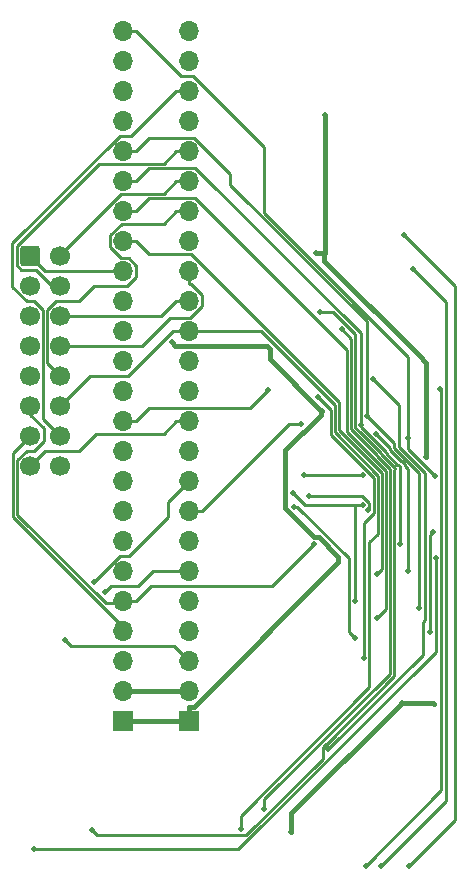
<source format=gbr>
%TF.GenerationSoftware,KiCad,Pcbnew,(7.0.0-0)*%
%TF.CreationDate,2023-03-31T09:05:14+02:00*%
%TF.ProjectId,Nes Sound Expansion,4e657320-536f-4756-9e64-20457870616e,rev?*%
%TF.SameCoordinates,Original*%
%TF.FileFunction,Copper,L2,Bot*%
%TF.FilePolarity,Positive*%
%FSLAX46Y46*%
G04 Gerber Fmt 4.6, Leading zero omitted, Abs format (unit mm)*
G04 Created by KiCad (PCBNEW (7.0.0-0)) date 2023-03-31 09:05:14*
%MOMM*%
%LPD*%
G01*
G04 APERTURE LIST*
G04 Aperture macros list*
%AMRoundRect*
0 Rectangle with rounded corners*
0 $1 Rounding radius*
0 $2 $3 $4 $5 $6 $7 $8 $9 X,Y pos of 4 corners*
0 Add a 4 corners polygon primitive as box body*
4,1,4,$2,$3,$4,$5,$6,$7,$8,$9,$2,$3,0*
0 Add four circle primitives for the rounded corners*
1,1,$1+$1,$2,$3*
1,1,$1+$1,$4,$5*
1,1,$1+$1,$6,$7*
1,1,$1+$1,$8,$9*
0 Add four rect primitives between the rounded corners*
20,1,$1+$1,$2,$3,$4,$5,0*
20,1,$1+$1,$4,$5,$6,$7,0*
20,1,$1+$1,$6,$7,$8,$9,0*
20,1,$1+$1,$8,$9,$2,$3,0*%
G04 Aperture macros list end*
%TA.AperFunction,ComponentPad*%
%ADD10RoundRect,0.250000X-0.600000X-0.600000X0.600000X-0.600000X0.600000X0.600000X-0.600000X0.600000X0*%
%TD*%
%TA.AperFunction,ComponentPad*%
%ADD11C,1.700000*%
%TD*%
%TA.AperFunction,ComponentPad*%
%ADD12R,1.700000X1.700000*%
%TD*%
%TA.AperFunction,ComponentPad*%
%ADD13O,1.700000X1.700000*%
%TD*%
%TA.AperFunction,ViaPad*%
%ADD14C,0.500000*%
%TD*%
%TA.AperFunction,Conductor*%
%ADD15C,0.220000*%
%TD*%
%TA.AperFunction,Conductor*%
%ADD16C,0.450000*%
%TD*%
G04 APERTURE END LIST*
D10*
%TO.P,J1,1,Pin_1*%
%TO.N,Joy1_D2*%
X99822000Y-69850000D03*
D11*
%TO.P,J1,2,Pin_2*%
%TO.N,Joy2_D0*%
X102362000Y-69850000D03*
%TO.P,J1,3,Pin_3*%
%TO.N,+5V*%
X99822000Y-72390000D03*
%TO.P,J1,4,Pin_4*%
%TO.N,Joy2_D1*%
X102362000Y-72390000D03*
%TO.P,J1,5,Pin_5*%
%TO.N,Joy1_OE*%
X99822000Y-74930000D03*
%TO.P,J1,6,Pin_6*%
%TO.N,Joy2_D2*%
X102362000Y-74930000D03*
%TO.P,J1,7,Pin_7*%
%TO.N,Joy1_D1*%
X99822000Y-77470000D03*
%TO.P,J1,8,Pin_8*%
%TO.N,Joy2_D3*%
X102362000Y-77470000D03*
%TO.P,J1,9,Pin_9*%
%TO.N,OUT0*%
X99822000Y-80010000D03*
%TO.P,J1,10,Pin_10*%
%TO.N,Joy2_D4*%
X102362000Y-80010000D03*
%TO.P,J1,11,Pin_11*%
%TO.N,OUT1*%
X99822000Y-82550000D03*
%TO.P,J1,12,Pin_12*%
%TO.N,IRQ*%
X102362000Y-82550000D03*
%TO.P,J1,13,Pin_13*%
%TO.N,OUT2*%
X99822000Y-85090000D03*
%TO.P,J1,14,Pin_14*%
%TO.N,Aud*%
X102362000Y-85090000D03*
%TO.P,J1,15,Pin_15*%
%TO.N,Joy2_OE*%
X99822000Y-87630000D03*
%TO.P,J1,16,Pin_16*%
%TO.N,GND*%
X102362000Y-87630000D03*
%TD*%
D12*
%TO.P,J3,1,Pin_1*%
%TO.N,+5V*%
X113283999Y-109219999D03*
D13*
%TO.P,J3,2,Pin_2*%
%TO.N,GND*%
X113283999Y-106679999D03*
%TO.P,J3,3,Pin_3*%
%TO.N,AudIn*%
X113283999Y-104139999D03*
%TO.P,J3,4,Pin_4*%
%TO.N,NMI*%
X113283999Y-101599999D03*
%TO.P,J3,5,Pin_5*%
%TO.N,unconnected-(J3-Pin_5-Pad5)*%
X113283999Y-99059999D03*
%TO.P,J3,6,Pin_6*%
%TO.N,Net-(J3-Pin_6)*%
X113283999Y-96519999D03*
%TO.P,J3,7,Pin_7*%
%TO.N,A14*%
X113283999Y-93979999D03*
%TO.P,J3,8,Pin_8*%
%TO.N,A13*%
X113283999Y-91439999D03*
%TO.P,J3,9,Pin_9*%
%TO.N,Net-(J3-Pin_9)*%
X113283999Y-88899999D03*
%TO.P,J3,10,Pin_10*%
%TO.N,unconnected-(J3-Pin_10-Pad10)*%
X113283999Y-86359999D03*
%TO.P,J3,11,Pin_11*%
%TO.N,Joy2_OE*%
X113283999Y-83819999D03*
%TO.P,J3,12,Pin_12*%
%TO.N,Joy1_D1*%
X113283999Y-81279999D03*
%TO.P,J3,13,Pin_13*%
%TO.N,Joy1_D3*%
X113283999Y-78739999D03*
%TO.P,J3,14,Pin_14*%
%TO.N,IRQ*%
X113283999Y-76199999D03*
%TO.P,J3,15,Pin_15*%
%TO.N,Joy2_D2*%
X113283999Y-73659999D03*
%TO.P,J3,16,Pin_16*%
%TO.N,Joy2_D3*%
X113283999Y-71119999D03*
%TO.P,J3,17,Pin_17*%
%TO.N,unconnected-(J3-Pin_17-Pad17)*%
X113283999Y-68579999D03*
%TO.P,J3,18,Pin_18*%
%TO.N,Joy2_D4*%
X113283999Y-66039999D03*
%TO.P,J3,19,Pin_19*%
%TO.N,Joy2_D0*%
X113283999Y-63499999D03*
%TO.P,J3,20,Pin_20*%
%TO.N,Joy2_D1*%
X113283999Y-60959999D03*
%TO.P,J3,21,Pin_21*%
%TO.N,unconnected-(J3-Pin_21-Pad21)*%
X113283999Y-58419999D03*
%TO.P,J3,22,Pin_22*%
%TO.N,Aud*%
X113283999Y-55879999D03*
%TO.P,J3,23,Pin_23*%
%TO.N,unconnected-(J3-Pin_23-Pad23)*%
X113283999Y-53339999D03*
%TO.P,J3,24,Pin_24*%
%TO.N,unconnected-(J3-Pin_24-Pad24)*%
X113283999Y-50799999D03*
%TD*%
D12*
%TO.P,J4,1,Pin_1*%
%TO.N,+5V*%
X107695999Y-109219999D03*
D13*
%TO.P,J4,2,Pin_2*%
%TO.N,GND*%
X107695999Y-106679999D03*
%TO.P,J4,3,Pin_3*%
%TO.N,unconnected-(J4-Pin_3-Pad3)*%
X107695999Y-104139999D03*
%TO.P,J4,4,Pin_4*%
%TO.N,OUT2*%
X107695999Y-101599999D03*
%TO.P,J4,5,Pin_5*%
%TO.N,OUT1*%
X107695999Y-99059999D03*
%TO.P,J4,6,Pin_6*%
%TO.N,OUT0*%
X107695999Y-96519999D03*
%TO.P,J4,7,Pin_7*%
%TO.N,unconnected-(J4-Pin_7-Pad7)*%
X107695999Y-93979999D03*
%TO.P,J4,8,Pin_8*%
%TO.N,R-W*%
X107695999Y-91439999D03*
%TO.P,J4,9,Pin_9*%
%TO.N,Net-(J4-Pin_9)*%
X107695999Y-88899999D03*
%TO.P,J4,10,Pin_10*%
%TO.N,ROMSEL*%
X107695999Y-86359999D03*
%TO.P,J4,11,Pin_11*%
%TO.N,A1*%
X107695999Y-83819999D03*
%TO.P,J4,12,Pin_12*%
%TO.N,Joy1_OE*%
X107695999Y-81279999D03*
%TO.P,J4,13,Pin_13*%
%TO.N,Joy1_D4*%
X107695999Y-78739999D03*
%TO.P,J4,14,Pin_14*%
%TO.N,Joy1_D0*%
X107695999Y-76199999D03*
%TO.P,J4,15,Pin_15*%
%TO.N,unconnected-(J4-Pin_15-Pad15)*%
X107695999Y-73659999D03*
%TO.P,J4,16,Pin_16*%
%TO.N,Joy1_D2*%
X107695999Y-71119999D03*
%TO.P,J4,17,Pin_17*%
%TO.N,D0*%
X107695999Y-68579999D03*
%TO.P,J4,18,Pin_18*%
%TO.N,D1*%
X107695999Y-66039999D03*
%TO.P,J4,19,Pin_19*%
%TO.N,D2*%
X107695999Y-63499999D03*
%TO.P,J4,20,Pin_20*%
%TO.N,D3*%
X107695999Y-60959999D03*
%TO.P,J4,21,Pin_21*%
%TO.N,D4*%
X107695999Y-58419999D03*
%TO.P,J4,22,Pin_22*%
%TO.N,D5*%
X107695999Y-55879999D03*
%TO.P,J4,23,Pin_23*%
%TO.N,D6*%
X107695999Y-53339999D03*
%TO.P,J4,24,Pin_24*%
%TO.N,D7*%
X107695999Y-50799999D03*
%TD*%
D14*
%TO.N,Net-(J3-Pin_6)*%
X106172000Y-98298000D03*
%TO.N,Net-(J3-Pin_9)*%
X105192300Y-97472900D03*
%TO.N,IRQ*%
X117657800Y-118375300D03*
%TO.N,4016_EN*%
X128421500Y-91391200D03*
X123449000Y-90139400D03*
%TO.N,AudIn*%
X102779800Y-102362000D03*
%TO.N,A1_Chip*%
X128048400Y-103912900D03*
X124223700Y-81817900D03*
%TO.N,A0_Chip*%
X125059100Y-111610900D03*
X128803700Y-80278700D03*
%TO.N,CS_Chip*%
X119642000Y-116638900D03*
X126181900Y-76026300D03*
%TO.N,CS_*%
X124381900Y-74552300D03*
X105084300Y-118474000D03*
%TO.N,A1*%
X119915500Y-81228500D03*
%TO.N,A13*%
X122773100Y-84080600D03*
%TO.N,Net-(BU9480F1-LRCK)*%
X131502900Y-68104600D03*
X131913400Y-121478500D03*
%TO.N,Net-(BU9480F1-SDAT)*%
X132205300Y-70985600D03*
X129540000Y-121459000D03*
%TO.N,Net-(BU9480F1-BCLK)*%
X134481200Y-81066900D03*
X128270000Y-121449300D03*
%TO.N,OUT1_*%
X134139300Y-95438700D03*
X100173500Y-120078400D03*
%TO.N,D6_buf*%
X127297800Y-102187200D03*
X122187200Y-91062900D03*
%TO.N,D0_buf*%
X131777200Y-96504200D03*
X129115000Y-84937500D03*
%TO.N,D3_buf*%
X133650800Y-101714500D03*
X133947500Y-93179000D03*
%TO.N,OUT1*%
X123821800Y-94244900D03*
%TO.N,D0*%
X129169200Y-96726800D03*
%TO.N,D1*%
X129181700Y-100509400D03*
%TO.N,D2*%
X127831000Y-84168000D03*
X131102100Y-94202000D03*
%TO.N,D3*%
X128314700Y-83422900D03*
X132765200Y-99669800D03*
%TO.N,D5*%
X122963800Y-88394800D03*
X128009100Y-88419300D03*
%TO.N,D6*%
X122063200Y-89910000D03*
X127277500Y-99083800D03*
X127990200Y-90933800D03*
%TO.N,D7*%
X131829700Y-85291500D03*
X134106100Y-88464400D03*
%TO.N,GND*%
X121920000Y-118579700D03*
X124740400Y-57912000D03*
X131275500Y-107684700D03*
X134024100Y-107799700D03*
X124049100Y-69588500D03*
X133365800Y-86821900D03*
X132696700Y-78249900D03*
%TO.N,+5V*%
X125919000Y-95313900D03*
X120107900Y-77702200D03*
X124498400Y-82931000D03*
X111804900Y-77162200D03*
%TD*%
D15*
%TO.N,Net-(BU9480F1-LRCK)*%
X135760400Y-117631500D02*
X135760400Y-72362100D01*
X131913400Y-121478500D02*
X135760400Y-117631500D01*
X135760400Y-72362100D02*
X131502900Y-68104600D01*
%TO.N,Net-(J3-Pin_9)*%
X113284000Y-88900000D02*
X111506000Y-90678000D01*
X111506000Y-90678000D02*
X111506000Y-91948000D01*
X111506000Y-91948000D02*
X108204000Y-95250000D01*
X108204000Y-95250000D02*
X107415200Y-95250000D01*
X107415200Y-95250000D02*
X105192300Y-97472900D01*
%TO.N,Net-(J3-Pin_6)*%
X108966000Y-97790000D02*
X106680000Y-97790000D01*
X110236000Y-96520000D02*
X108966000Y-97790000D01*
X113284000Y-96520000D02*
X110236000Y-96520000D01*
X106680000Y-97790000D02*
X106172000Y-98298000D01*
%TO.N,OUT1*%
X123821800Y-94244900D02*
X120276700Y-97790000D01*
X120276700Y-97790000D02*
X110054300Y-97790000D01*
X110054300Y-97790000D02*
X108784300Y-99060000D01*
X108784300Y-99060000D02*
X107696000Y-99060000D01*
%TO.N,OUT2*%
X107696000Y-101600000D02*
X107696000Y-101225900D01*
X107696000Y-101225900D02*
X98374400Y-91904300D01*
X98374400Y-86537600D02*
X99822000Y-85090000D01*
X98374400Y-91904300D02*
X98374400Y-86537600D01*
%TO.N,AudIn*%
X113284000Y-104140000D02*
X112014000Y-102870000D01*
X112014000Y-102870000D02*
X103287800Y-102870000D01*
X103287800Y-102870000D02*
X102779800Y-102362000D01*
D16*
%TO.N,GND*%
X124740400Y-69554300D02*
X124740400Y-57912000D01*
X124706200Y-69588500D02*
X124740400Y-69554300D01*
D15*
%TO.N,Joy1_D2*%
X101092000Y-71120000D02*
X99822000Y-69850000D01*
X107696000Y-71120000D02*
X101092000Y-71120000D01*
%TO.N,Joy2_D1*%
X101683200Y-72390000D02*
X102362000Y-72390000D01*
X100290400Y-70997200D02*
X101683200Y-72390000D01*
X99075700Y-70997200D02*
X100290400Y-70997200D01*
X98679500Y-70601000D02*
X99075700Y-70997200D01*
X98679500Y-69031700D02*
X98679500Y-70601000D01*
X105662900Y-62048300D02*
X98679500Y-69031700D01*
X111107400Y-62048300D02*
X105662900Y-62048300D01*
X112195700Y-60960000D02*
X111107400Y-62048300D01*
X113284000Y-60960000D02*
X112195700Y-60960000D01*
%TO.N,Joy2_D2*%
X110925700Y-74930000D02*
X102362000Y-74930000D01*
X112195700Y-73660000D02*
X110925700Y-74930000D01*
X113284000Y-73660000D02*
X112195700Y-73660000D01*
%TO.N,Joy2_D3*%
X109266800Y-77470000D02*
X102362000Y-77470000D01*
X111632700Y-75104100D02*
X109266800Y-77470000D01*
X113383100Y-75104100D02*
X111632700Y-75104100D01*
X114373400Y-74113800D02*
X113383100Y-75104100D01*
X114373400Y-73161700D02*
X114373400Y-74113800D01*
X113420000Y-72208300D02*
X114373400Y-73161700D01*
X113284000Y-72208300D02*
X113420000Y-72208300D01*
X113284000Y-71120000D02*
X113284000Y-72208300D01*
%TO.N,Joy2_D4*%
X101258800Y-78906800D02*
X102362000Y-80010000D01*
X101258800Y-74431500D02*
X101258800Y-78906800D01*
X102030300Y-73660000D02*
X101258800Y-74431500D01*
X103964300Y-73660000D02*
X102030300Y-73660000D01*
X105234300Y-72390000D02*
X103964300Y-73660000D01*
X108018400Y-72390000D02*
X105234300Y-72390000D01*
X108801200Y-71607200D02*
X108018400Y-72390000D01*
X108801200Y-70653800D02*
X108801200Y-71607200D01*
X108164100Y-70016700D02*
X108801200Y-70653800D01*
X107533600Y-70016700D02*
X108164100Y-70016700D01*
X106585800Y-69068900D02*
X107533600Y-70016700D01*
X106585800Y-68096300D02*
X106585800Y-69068900D01*
X107553800Y-67128300D02*
X106585800Y-68096300D01*
X111107400Y-67128300D02*
X107553800Y-67128300D01*
X112195700Y-66040000D02*
X111107400Y-67128300D01*
X113284000Y-66040000D02*
X112195700Y-66040000D01*
%TO.N,IRQ*%
X112908700Y-76200000D02*
X112195700Y-76200000D01*
X112908700Y-76200000D02*
X113284000Y-76200000D01*
X113284000Y-76200000D02*
X114372300Y-76200000D01*
X104902000Y-80010000D02*
X102362000Y-82550000D01*
X108126600Y-80010000D02*
X104902000Y-80010000D01*
X111936600Y-76200000D02*
X108126600Y-80010000D01*
X112195700Y-76200000D02*
X111936600Y-76200000D01*
X117657800Y-117235300D02*
X117657800Y-118375300D01*
X128545000Y-106348100D02*
X117657800Y-117235300D01*
X128545000Y-94098200D02*
X128545000Y-106348100D01*
X129258100Y-93385100D02*
X128545000Y-94098200D01*
X129258100Y-88442600D02*
X129258100Y-93385100D01*
X125601200Y-84785700D02*
X129258100Y-88442600D01*
X125601200Y-82445800D02*
X125601200Y-84785700D01*
X119355400Y-76200000D02*
X125601200Y-82445800D01*
X114372300Y-76200000D02*
X119355400Y-76200000D01*
%TO.N,4016_EN*%
X128488400Y-91324300D02*
X128421500Y-91391200D01*
X128488400Y-90741200D02*
X128488400Y-91324300D01*
X127886600Y-90139400D02*
X128488400Y-90741200D01*
X123449000Y-90139400D02*
X127886600Y-90139400D01*
%TO.N,Joy2_OE*%
X101092000Y-86360000D02*
X99822000Y-87630000D01*
X103964300Y-86360000D02*
X101092000Y-86360000D01*
X105416000Y-84908300D02*
X103964300Y-86360000D01*
X111107400Y-84908300D02*
X105416000Y-84908300D01*
X112195700Y-83820000D02*
X111107400Y-84908300D01*
X113284000Y-83820000D02*
X112195700Y-83820000D01*
%TO.N,Joy2_D0*%
X113284000Y-63500000D02*
X112195700Y-63500000D01*
X102362000Y-69745700D02*
X102362000Y-69850000D01*
X107519400Y-64588300D02*
X102362000Y-69745700D01*
X111107400Y-64588300D02*
X107519400Y-64588300D01*
X112195700Y-63500000D02*
X111107400Y-64588300D01*
%TO.N,Aud*%
X100910400Y-83638400D02*
X102362000Y-85090000D01*
X100910400Y-74442900D02*
X100910400Y-83638400D01*
X100127500Y-73660000D02*
X100910400Y-74442900D01*
X99518500Y-73660000D02*
X100127500Y-73660000D01*
X98315100Y-72456600D02*
X99518500Y-73660000D01*
X98315100Y-68783900D02*
X98315100Y-72456600D01*
X107409000Y-59690000D02*
X98315100Y-68783900D01*
X108385700Y-59690000D02*
X107409000Y-59690000D01*
X112195700Y-55880000D02*
X108385700Y-59690000D01*
X113284000Y-55880000D02*
X112195700Y-55880000D01*
%TO.N,A1_Chip*%
X128048400Y-92454900D02*
X128048400Y-103912900D01*
X128909800Y-91593500D02*
X128048400Y-92454900D01*
X128909800Y-88629200D02*
X128909800Y-91593500D01*
X125252900Y-84972300D02*
X128909800Y-88629200D01*
X125252900Y-82847100D02*
X125252900Y-84972300D01*
X124223700Y-81817900D02*
X125252900Y-82847100D01*
%TO.N,A0_Chip*%
X131006600Y-82481600D02*
X128803700Y-80278700D01*
X131006600Y-85983000D02*
X131006600Y-82481600D01*
X133261400Y-88237800D02*
X131006600Y-85983000D01*
X133261400Y-100632700D02*
X133261400Y-88237800D01*
X133079300Y-100814800D02*
X133261400Y-100632700D01*
X133079300Y-103590700D02*
X133079300Y-100814800D01*
X125059100Y-111610900D02*
X133079300Y-103590700D01*
%TO.N,CS_Chip*%
X119642000Y-115844900D02*
X119642000Y-116638900D01*
X130265500Y-105221400D02*
X119642000Y-115844900D01*
X130265500Y-93855500D02*
X130265500Y-105221400D01*
X130303000Y-93818000D02*
X130265500Y-93855500D01*
X130303000Y-87892800D02*
X130303000Y-93818000D01*
X129205600Y-86795400D02*
X130303000Y-87892800D01*
X129205600Y-86725700D02*
X129205600Y-86795400D01*
X126994400Y-84514500D02*
X129205600Y-86725700D01*
X126994400Y-76838800D02*
X126994400Y-84514500D01*
X126181900Y-76026300D02*
X126994400Y-76838800D01*
%TO.N,CS_*%
X105503700Y-118893400D02*
X105084300Y-118474000D01*
X118122200Y-118893400D02*
X105503700Y-118893400D01*
X124570800Y-112444800D02*
X118122200Y-118893400D01*
X124570800Y-111408700D02*
X124570800Y-112444800D01*
X124856900Y-111122600D02*
X124570800Y-111408700D01*
X124930300Y-111122600D02*
X124856900Y-111122600D01*
X130613800Y-105439100D02*
X124930300Y-111122600D01*
X130613800Y-93999800D02*
X130613800Y-105439100D01*
X130651400Y-93962200D02*
X130613800Y-93999800D01*
X130651400Y-87981800D02*
X130651400Y-93962200D01*
X130722500Y-87910700D02*
X130651400Y-87981800D01*
X130722500Y-87819700D02*
X130722500Y-87910700D01*
X129553900Y-86651100D02*
X130722500Y-87819700D01*
X129553900Y-86564000D02*
X129553900Y-86651100D01*
X127727200Y-84737300D02*
X129553900Y-86564000D01*
X127709800Y-84737300D02*
X127727200Y-84737300D01*
X127342700Y-84370200D02*
X127709800Y-84737300D01*
X127342700Y-76450400D02*
X127342700Y-84370200D01*
X125444600Y-74552300D02*
X127342700Y-76450400D01*
X124381900Y-74552300D02*
X125444600Y-74552300D01*
%TO.N,A1*%
X118412300Y-82731700D02*
X119915500Y-81228500D01*
X109872600Y-82731700D02*
X118412300Y-82731700D01*
X108784300Y-83820000D02*
X109872600Y-82731700D01*
X107696000Y-83820000D02*
X108784300Y-83820000D01*
%TO.N,A13*%
X121731700Y-84080600D02*
X122773100Y-84080600D01*
X114372300Y-91440000D02*
X121731700Y-84080600D01*
X113284000Y-91440000D02*
X114372300Y-91440000D01*
%TO.N,Net-(BU9480F1-SDAT)*%
X134982000Y-73762300D02*
X132205300Y-70985600D01*
X134982000Y-116017000D02*
X134982000Y-73762300D01*
X129540000Y-121459000D02*
X134982000Y-116017000D01*
%TO.N,Net-(BU9480F1-BCLK)*%
X134633600Y-81219300D02*
X134481200Y-81066900D01*
X134633600Y-115085700D02*
X134633600Y-81219300D01*
X128270000Y-121449300D02*
X134633600Y-115085700D01*
%TO.N,OUT1_*%
X117434400Y-120078400D02*
X100173500Y-120078400D01*
X134139300Y-103373500D02*
X117434400Y-120078400D01*
X134139300Y-95438700D02*
X134139300Y-103373500D01*
%TO.N,D6_buf*%
X126789200Y-101678600D02*
X127297800Y-102187200D01*
X126789200Y-95408800D02*
X126789200Y-101678600D01*
X122443300Y-91062900D02*
X126789200Y-95408800D01*
X122187200Y-91062900D02*
X122443300Y-91062900D01*
%TO.N,D0_buf*%
X130250500Y-86073000D02*
X129115000Y-84937500D01*
X130250500Y-86275300D02*
X130250500Y-86073000D01*
X131199300Y-87224100D02*
X130250500Y-86275300D01*
X131262400Y-87224100D02*
X131199300Y-87224100D01*
X131522100Y-87483800D02*
X131262400Y-87224100D01*
X131522100Y-87595000D02*
X131522100Y-87483800D01*
X131777200Y-87850100D02*
X131522100Y-87595000D01*
X131777200Y-96504200D02*
X131777200Y-87850100D01*
%TO.N,D3_buf*%
X133650800Y-93475700D02*
X133650800Y-101714500D01*
X133947500Y-93179000D02*
X133650800Y-93475700D01*
%TO.N,OUT1*%
X99822000Y-83296700D02*
X99822000Y-82550000D01*
X100957100Y-84431800D02*
X99822000Y-83296700D01*
X100957100Y-85509100D02*
X100957100Y-84431800D01*
X100106200Y-86360000D02*
X100957100Y-85509100D01*
X99509600Y-86360000D02*
X100106200Y-86360000D01*
X98724700Y-87144900D02*
X99509600Y-86360000D01*
X98724700Y-91750800D02*
X98724700Y-87144900D01*
X106204100Y-99230200D02*
X98724700Y-91750800D01*
X107525800Y-99230200D02*
X106204100Y-99230200D01*
X107696000Y-99060000D02*
X107525800Y-99230200D01*
%TO.N,D0*%
X107696000Y-68580000D02*
X108784300Y-68580000D01*
X129568900Y-96327100D02*
X129169200Y-96726800D01*
X129568900Y-93566900D02*
X129568900Y-96327100D01*
X129606400Y-93529400D02*
X129568900Y-93566900D01*
X129606400Y-88217400D02*
X129606400Y-93529400D01*
X125949500Y-84560500D02*
X129606400Y-88217400D01*
X125949500Y-82186300D02*
X125949500Y-84560500D01*
X113431500Y-69668300D02*
X125949500Y-82186300D01*
X109872600Y-69668300D02*
X113431500Y-69668300D01*
X108784300Y-68580000D02*
X109872600Y-69668300D01*
%TO.N,D1*%
X107696000Y-66040000D02*
X108784300Y-66040000D01*
X129917200Y-99773900D02*
X129181700Y-100509400D01*
X129917200Y-93711200D02*
X129917200Y-99773900D01*
X129954700Y-93673700D02*
X129917200Y-93711200D01*
X129954700Y-88037100D02*
X129954700Y-93673700D01*
X126646100Y-84728500D02*
X129954700Y-88037100D01*
X126646100Y-77805700D02*
X126646100Y-84728500D01*
X113784600Y-64944200D02*
X126646100Y-77805700D01*
X109880100Y-64944200D02*
X113784600Y-64944200D01*
X108784300Y-66040000D02*
X109880100Y-64944200D01*
%TO.N,D2*%
X107696000Y-63500000D02*
X108784300Y-63500000D01*
X127786100Y-84123100D02*
X127831000Y-84168000D01*
X127786100Y-76401100D02*
X127786100Y-84123100D01*
X113796600Y-62411600D02*
X127786100Y-76401100D01*
X109872700Y-62411600D02*
X113796600Y-62411600D01*
X108784300Y-63500000D02*
X109872700Y-62411600D01*
X131102100Y-87619500D02*
X131102100Y-94202000D01*
X130999500Y-87516900D02*
X131102100Y-87619500D01*
X130912300Y-87516900D02*
X130999500Y-87516900D01*
X129902200Y-86506800D02*
X130912300Y-87516900D01*
X129902200Y-86419400D02*
X129902200Y-86506800D01*
X127831000Y-84348200D02*
X129902200Y-86419400D01*
X127831000Y-84168000D02*
X127831000Y-84348200D01*
%TO.N,D3*%
X107696000Y-60960000D02*
X108784300Y-60960000D01*
X109895600Y-59848700D02*
X108784300Y-60960000D01*
X113729200Y-59848700D02*
X109895600Y-59848700D01*
X116770700Y-62890200D02*
X113729200Y-59848700D01*
X116770700Y-63807000D02*
X116770700Y-62890200D01*
X128314700Y-75351000D02*
X116770700Y-63807000D01*
X128314700Y-83422900D02*
X128314700Y-75351000D01*
X132765200Y-88234300D02*
X132765200Y-99669800D01*
X130598800Y-86067900D02*
X132765200Y-88234300D01*
X130598800Y-85707000D02*
X130598800Y-86067900D01*
X128314700Y-83422900D02*
X130598800Y-85707000D01*
%TO.N,D5*%
X127984600Y-88394800D02*
X128009100Y-88419300D01*
X122963800Y-88394800D02*
X127984600Y-88394800D01*
%TO.N,D6*%
X127277500Y-90933800D02*
X127990200Y-90933800D01*
X127277500Y-99083800D02*
X127277500Y-90933800D01*
X123087000Y-90933800D02*
X122063200Y-89910000D01*
X127277500Y-90933800D02*
X123087000Y-90933800D01*
%TO.N,D7*%
X107696000Y-50800000D02*
X108784300Y-50800000D01*
X131829700Y-78373300D02*
X131829700Y-85291500D01*
X119632300Y-66175900D02*
X131829700Y-78373300D01*
X119632300Y-60623100D02*
X119632300Y-66175900D01*
X113619200Y-54610000D02*
X119632300Y-60623100D01*
X112594300Y-54610000D02*
X113619200Y-54610000D01*
X108784300Y-50800000D02*
X112594300Y-54610000D01*
X131829700Y-86188000D02*
X131829700Y-85291500D01*
X134106100Y-88464400D02*
X131829700Y-86188000D01*
D16*
%TO.N,GND*%
X107696000Y-106680000D02*
X113284000Y-106680000D01*
X121920000Y-117040200D02*
X131275500Y-107684700D01*
X121920000Y-118579700D02*
X121920000Y-117040200D01*
X133909100Y-107684700D02*
X134024100Y-107799700D01*
X131275500Y-107684700D02*
X133909100Y-107684700D01*
X124706200Y-69588500D02*
X124049100Y-69588500D01*
X124706200Y-70259400D02*
X132696700Y-78249900D01*
X124706200Y-69588500D02*
X124706200Y-70259400D01*
X133365800Y-78919000D02*
X133365800Y-86821900D01*
X132696700Y-78249900D02*
X133365800Y-78919000D01*
%TO.N,+5V*%
X113284000Y-109220000D02*
X113284000Y-108016700D01*
X113284000Y-109220000D02*
X112080700Y-109220000D01*
X107696000Y-109220000D02*
X108899300Y-109220000D01*
X112080700Y-109220000D02*
X108899300Y-109220000D01*
X125919000Y-95757700D02*
X125919000Y-95313900D01*
X113660000Y-108016700D02*
X125919000Y-95757700D01*
X113284000Y-108016700D02*
X113660000Y-108016700D01*
X124435900Y-82931000D02*
X124498400Y-82931000D01*
X120107900Y-78603000D02*
X124435900Y-82931000D01*
X120107900Y-77702200D02*
X120107900Y-78603000D01*
X119875700Y-77470000D02*
X120107900Y-77702200D01*
X112112700Y-77470000D02*
X119875700Y-77470000D01*
X111804900Y-77162200D02*
X112112700Y-77470000D01*
X124435900Y-83271000D02*
X124435900Y-82931000D01*
X121434300Y-86272600D02*
X124435900Y-83271000D01*
X121434300Y-91211200D02*
X121434300Y-86272600D01*
X123864700Y-93641600D02*
X121434300Y-91211200D01*
X124246700Y-93641600D02*
X123864700Y-93641600D01*
X125919000Y-95313900D02*
X124246700Y-93641600D01*
%TD*%
M02*

</source>
